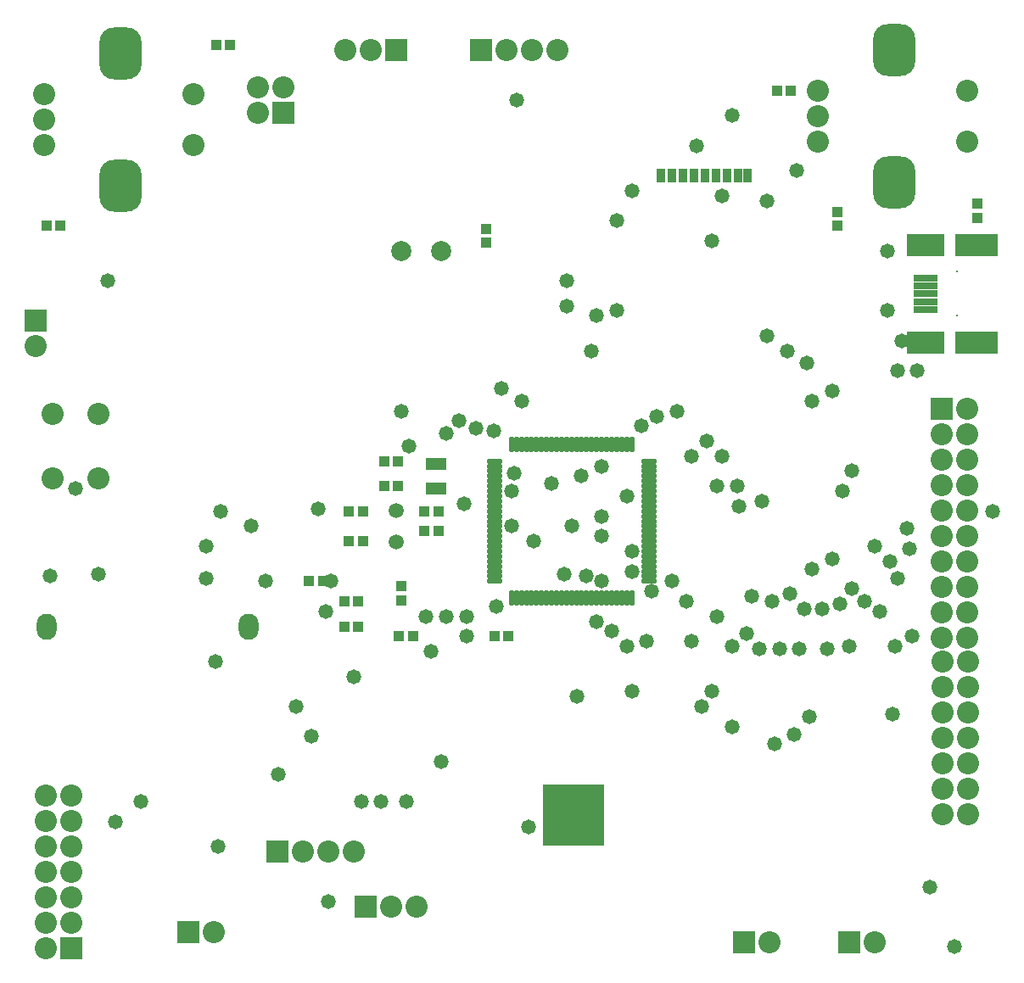
<source format=gts>
G04 Layer_Color=8388736*
%FSLAX44Y44*%
%MOMM*%
G71*
G01*
G75*
%ADD48R,1.0532X1.0532*%
%ADD49R,2.0032X1.3032*%
%ADD50R,1.0532X1.0532*%
%ADD51R,0.9032X1.4032*%
%ADD52O,1.6032X0.5032*%
%ADD53O,0.5032X1.6032*%
%ADD54R,2.4032X0.7032*%
%ADD55R,3.7032X2.2032*%
%ADD56R,4.2032X2.2032*%
%ADD57R,6.2032X6.2032*%
%ADD58R,2.2032X2.2032*%
%ADD59C,2.2032*%
%ADD60R,2.2032X2.2032*%
%ADD61C,1.5032*%
G04:AMPARAMS|DCode=62|XSize=5.2032mm|YSize=4.2032mm|CornerRadius=1.5016mm|HoleSize=0mm|Usage=FLASHONLY|Rotation=270.000|XOffset=0mm|YOffset=0mm|HoleType=Round|Shape=RoundedRectangle|*
%AMROUNDEDRECTD62*
21,1,5.2032,1.2000,0,0,270.0*
21,1,2.2000,4.2032,0,0,270.0*
1,1,3.0032,-0.6000,-1.1000*
1,1,3.0032,-0.6000,1.1000*
1,1,3.0032,0.6000,1.1000*
1,1,3.0032,0.6000,-1.1000*
%
%ADD62ROUNDEDRECTD62*%
%ADD63C,2.0032*%
%ADD64C,0.2032*%
%ADD65O,2.0032X2.6032*%
%ADD66C,1.4732*%
%ADD67C,0.8032*%
D48*
X45000Y750000D02*
D03*
X31000D02*
D03*
X422000Y445000D02*
D03*
X408000D02*
D03*
X422000Y465000D02*
D03*
X408000D02*
D03*
X368000Y490000D02*
D03*
X382000D02*
D03*
X368000Y515000D02*
D03*
X382000D02*
D03*
X492000Y340000D02*
D03*
X478000D02*
D03*
X333000Y465000D02*
D03*
X347000D02*
D03*
X333000Y435000D02*
D03*
X347000D02*
D03*
X293000Y395000D02*
D03*
X307000D02*
D03*
X342000Y375000D02*
D03*
X328000D02*
D03*
Y350000D02*
D03*
X342000D02*
D03*
X382999Y339999D02*
D03*
X396999D02*
D03*
X760000Y885000D02*
D03*
X774000D02*
D03*
X200500Y930000D02*
D03*
X214500D02*
D03*
D49*
X419998Y487502D02*
D03*
Y512502D02*
D03*
D50*
X820000Y764000D02*
D03*
Y750000D02*
D03*
X385000Y376000D02*
D03*
Y390000D02*
D03*
X470000Y733000D02*
D03*
Y747000D02*
D03*
X960000Y758000D02*
D03*
Y772000D02*
D03*
D51*
X710000Y800000D02*
D03*
X699000D02*
D03*
X688000D02*
D03*
X677000D02*
D03*
X666000D02*
D03*
X655000D02*
D03*
X644000D02*
D03*
X721000D02*
D03*
X730500D02*
D03*
D52*
X478000Y515000D02*
D03*
Y510000D02*
D03*
Y505000D02*
D03*
Y500000D02*
D03*
Y495000D02*
D03*
Y490000D02*
D03*
Y485000D02*
D03*
Y480000D02*
D03*
Y475000D02*
D03*
Y470000D02*
D03*
Y465000D02*
D03*
Y460000D02*
D03*
Y455000D02*
D03*
Y450000D02*
D03*
Y445000D02*
D03*
Y440000D02*
D03*
Y435000D02*
D03*
Y430000D02*
D03*
Y425000D02*
D03*
Y420000D02*
D03*
Y415000D02*
D03*
Y410000D02*
D03*
Y405000D02*
D03*
Y400000D02*
D03*
Y395000D02*
D03*
X632000D02*
D03*
Y400000D02*
D03*
Y405000D02*
D03*
Y410000D02*
D03*
Y415000D02*
D03*
Y420000D02*
D03*
Y425000D02*
D03*
Y430000D02*
D03*
Y435000D02*
D03*
Y440000D02*
D03*
Y445000D02*
D03*
Y450000D02*
D03*
Y455000D02*
D03*
Y460000D02*
D03*
Y465000D02*
D03*
Y470000D02*
D03*
Y475000D02*
D03*
Y480000D02*
D03*
Y485000D02*
D03*
Y490000D02*
D03*
Y495000D02*
D03*
Y500000D02*
D03*
Y505000D02*
D03*
Y510000D02*
D03*
Y515000D02*
D03*
D53*
X495000Y378000D02*
D03*
X500000D02*
D03*
X505000D02*
D03*
X510000D02*
D03*
X515000D02*
D03*
X520000D02*
D03*
X525000D02*
D03*
X530000D02*
D03*
X535000D02*
D03*
X540000D02*
D03*
X545000D02*
D03*
X550000D02*
D03*
X555000D02*
D03*
X560000D02*
D03*
X565000D02*
D03*
X570000D02*
D03*
X575000D02*
D03*
X580000D02*
D03*
X585000D02*
D03*
X590000D02*
D03*
X595000D02*
D03*
X600000D02*
D03*
X605000D02*
D03*
X610000D02*
D03*
X615000D02*
D03*
Y532000D02*
D03*
X610000D02*
D03*
X605000D02*
D03*
X600000D02*
D03*
X595000D02*
D03*
X590000D02*
D03*
X585000D02*
D03*
X580000D02*
D03*
X575000D02*
D03*
X570000D02*
D03*
X565000D02*
D03*
X560000D02*
D03*
X555000D02*
D03*
X550000D02*
D03*
X545000D02*
D03*
X540000D02*
D03*
X535000D02*
D03*
X530000D02*
D03*
X525000D02*
D03*
X520000D02*
D03*
X515000D02*
D03*
X510000D02*
D03*
X505000D02*
D03*
X500000D02*
D03*
X495000D02*
D03*
D54*
X908000Y666000D02*
D03*
Y674000D02*
D03*
Y682000D02*
D03*
Y690000D02*
D03*
Y698000D02*
D03*
D55*
Y731000D02*
D03*
Y633000D02*
D03*
D56*
X959000Y731000D02*
D03*
Y633000D02*
D03*
D57*
X556650Y161650D02*
D03*
D58*
X349600Y70000D02*
D03*
X172300Y45000D02*
D03*
X832300Y35000D02*
D03*
X727300D02*
D03*
X380400Y925000D02*
D03*
X261900Y125000D02*
D03*
X464600Y925000D02*
D03*
D59*
X375000Y70000D02*
D03*
X400400D02*
D03*
X197700Y45000D02*
D03*
X30000Y104600D02*
D03*
X55400D02*
D03*
X30000Y79200D02*
D03*
X55400D02*
D03*
X30000Y53800D02*
D03*
X55400D02*
D03*
X30000Y28400D02*
D03*
X55400Y130000D02*
D03*
X30000D02*
D03*
X55400Y155400D02*
D03*
X30000D02*
D03*
X55400Y180800D02*
D03*
X30000D02*
D03*
X857700Y35000D02*
D03*
X752700D02*
D03*
X950400Y238800D02*
D03*
X925000D02*
D03*
X950400Y264200D02*
D03*
X925000D02*
D03*
X950400Y289600D02*
D03*
X925000D02*
D03*
X950400Y315000D02*
D03*
X925000Y213400D02*
D03*
X950400D02*
D03*
X925000Y188000D02*
D03*
X950400D02*
D03*
X925000Y162600D02*
D03*
X950400D02*
D03*
X925000Y315000D02*
D03*
X800775Y885000D02*
D03*
Y859600D02*
D03*
Y834200D02*
D03*
X950000D02*
D03*
Y885000D02*
D03*
X28750Y881500D02*
D03*
Y856100D02*
D03*
Y830700D02*
D03*
X177975D02*
D03*
Y881500D02*
D03*
X950000Y338800D02*
D03*
X924600D02*
D03*
Y364200D02*
D03*
X950000D02*
D03*
Y389600D02*
D03*
X924600D02*
D03*
X950000Y415000D02*
D03*
X924600D02*
D03*
X950000Y440400D02*
D03*
X924600D02*
D03*
X950000Y465800D02*
D03*
X924600D02*
D03*
X950000Y567400D02*
D03*
X924600Y542000D02*
D03*
X950000D02*
D03*
X924600Y516600D02*
D03*
X950000D02*
D03*
X924600Y491200D02*
D03*
X950000D02*
D03*
X355000Y925000D02*
D03*
X329600D02*
D03*
X20000Y629600D02*
D03*
X312700Y125000D02*
D03*
X287300D02*
D03*
X338100D02*
D03*
X515400Y925000D02*
D03*
X490000D02*
D03*
X540800D02*
D03*
X37500Y497500D02*
D03*
X82500D02*
D03*
X37500Y562500D02*
D03*
X82500D02*
D03*
X242300Y862300D02*
D03*
Y887700D02*
D03*
X267700D02*
D03*
D60*
X55400Y28400D02*
D03*
X924600Y567400D02*
D03*
X20000Y655000D02*
D03*
X267700Y862300D02*
D03*
D61*
X380000Y465500D02*
D03*
Y434500D02*
D03*
D62*
X877025Y793500D02*
D03*
Y925500D02*
D03*
X105000Y790000D02*
D03*
Y922000D02*
D03*
D63*
X385000Y725000D02*
D03*
X425000D02*
D03*
D64*
X940000Y704000D02*
D03*
Y660000D02*
D03*
D65*
X232800Y350000D02*
D03*
X31200D02*
D03*
D66*
X937500Y30000D02*
D03*
X912500Y90000D02*
D03*
X125000Y175000D02*
D03*
X535000Y492500D02*
D03*
X202500Y130000D02*
D03*
X262500Y202500D02*
D03*
X337500Y300000D02*
D03*
X517500Y435000D02*
D03*
X312500Y75000D02*
D03*
X205000Y465000D02*
D03*
X302500Y467500D02*
D03*
X190000Y397500D02*
D03*
Y430000D02*
D03*
X35000Y400000D02*
D03*
X82500Y402500D02*
D03*
X425000Y215000D02*
D03*
X477500Y545000D02*
D03*
X975000Y465000D02*
D03*
X512500Y150000D02*
D03*
X60000Y487499D02*
D03*
X750000Y640000D02*
D03*
X790000Y612500D02*
D03*
X770000Y625000D02*
D03*
X885000Y635000D02*
D03*
X547500Y402500D02*
D03*
X92500Y695000D02*
D03*
X310000Y365000D02*
D03*
X392500Y530000D02*
D03*
X385000Y565000D02*
D03*
X485000Y587500D02*
D03*
X430000Y542500D02*
D03*
X442500Y555000D02*
D03*
X460000Y547500D02*
D03*
X495000Y485000D02*
D03*
X497500Y502500D02*
D03*
X447499Y472499D02*
D03*
X685000Y270000D02*
D03*
X695000Y285000D02*
D03*
X675000Y335000D02*
D03*
X630000D02*
D03*
X615000Y285000D02*
D03*
X560000Y280000D02*
D03*
X580000Y355000D02*
D03*
X595000Y345000D02*
D03*
X610000Y330000D02*
D03*
X585000Y395000D02*
D03*
X570000Y400000D02*
D03*
X390000Y175000D02*
D03*
X365000D02*
D03*
X345000D02*
D03*
X100000Y155000D02*
D03*
X415000Y325000D02*
D03*
X635000Y385000D02*
D03*
X615000Y405000D02*
D03*
X450000Y360000D02*
D03*
X430000D02*
D03*
X410000D02*
D03*
X480000Y370000D02*
D03*
X235000Y450000D02*
D03*
X680000Y830000D02*
D03*
X495000Y450000D02*
D03*
X870000Y665000D02*
D03*
X538300Y170825D02*
D03*
X565825Y180000D02*
D03*
X547475D02*
D03*
X556650Y170825D02*
D03*
X575000D02*
D03*
X565825Y161650D02*
D03*
X575000Y152475D02*
D03*
X556650D02*
D03*
X547475Y161650D02*
D03*
X538300Y152475D02*
D03*
X547475Y143300D02*
D03*
X565825D02*
D03*
X505000Y575000D02*
D03*
X615000Y425000D02*
D03*
X585000Y460000D02*
D03*
X655000Y395000D02*
D03*
X585000Y440000D02*
D03*
X700000Y360000D02*
D03*
X715000Y250000D02*
D03*
Y330000D02*
D03*
X585000Y510000D02*
D03*
X565000Y500000D02*
D03*
X555000Y450000D02*
D03*
X610000Y480000D02*
D03*
X705000Y520000D02*
D03*
X640000Y560000D02*
D03*
X625000Y550000D02*
D03*
X615000Y785000D02*
D03*
X705000Y780000D02*
D03*
X695000Y735000D02*
D03*
X659999Y564999D02*
D03*
X674999Y519999D02*
D03*
X689999Y534999D02*
D03*
X600000Y755000D02*
D03*
X550000Y695000D02*
D03*
X575000Y625000D02*
D03*
X550000Y670000D02*
D03*
X580000Y660000D02*
D03*
X600000Y665000D02*
D03*
X450000Y340000D02*
D03*
X295000Y240000D02*
D03*
X280000Y270000D02*
D03*
X315000Y395000D02*
D03*
X250000D02*
D03*
X200000Y315000D02*
D03*
X700000Y490000D02*
D03*
X720000D02*
D03*
X815000Y585000D02*
D03*
X750000Y775000D02*
D03*
X780000Y805000D02*
D03*
X715000Y860000D02*
D03*
X670000Y375000D02*
D03*
X795000Y575000D02*
D03*
X870000Y725000D02*
D03*
X500000Y875000D02*
D03*
X745000Y475000D02*
D03*
X880000Y605000D02*
D03*
X900000D02*
D03*
X835000Y505000D02*
D03*
X825000Y485000D02*
D03*
X772500Y382500D02*
D03*
X735000Y380000D02*
D03*
X755000Y375000D02*
D03*
X862500Y365000D02*
D03*
X722500Y470000D02*
D03*
X730000Y342500D02*
D03*
X880000Y397500D02*
D03*
X890000Y447500D02*
D03*
X892500Y427500D02*
D03*
X857500Y430000D02*
D03*
X872500Y415000D02*
D03*
X787500Y367500D02*
D03*
X847500Y375000D02*
D03*
X835000Y387500D02*
D03*
X895000Y340000D02*
D03*
X877500Y330000D02*
D03*
X742500Y327500D02*
D03*
X762500D02*
D03*
X782500D02*
D03*
X757500Y232500D02*
D03*
X777500Y242500D02*
D03*
X792500Y260000D02*
D03*
X795000Y407500D02*
D03*
X815000Y417500D02*
D03*
X805000Y367500D02*
D03*
X822500Y372500D02*
D03*
X810000Y327500D02*
D03*
X832500Y330000D02*
D03*
X875000Y262500D02*
D03*
D67*
X547475Y161650D02*
D03*
Y143300D02*
D03*
X565825D02*
D03*
X565825Y161650D02*
D03*
X547475Y180000D02*
D03*
X565825D02*
D03*
X538300Y170825D02*
D03*
Y152475D02*
D03*
X556650Y170825D02*
D03*
Y152475D02*
D03*
X575000Y170825D02*
D03*
Y152475D02*
D03*
M02*

</source>
